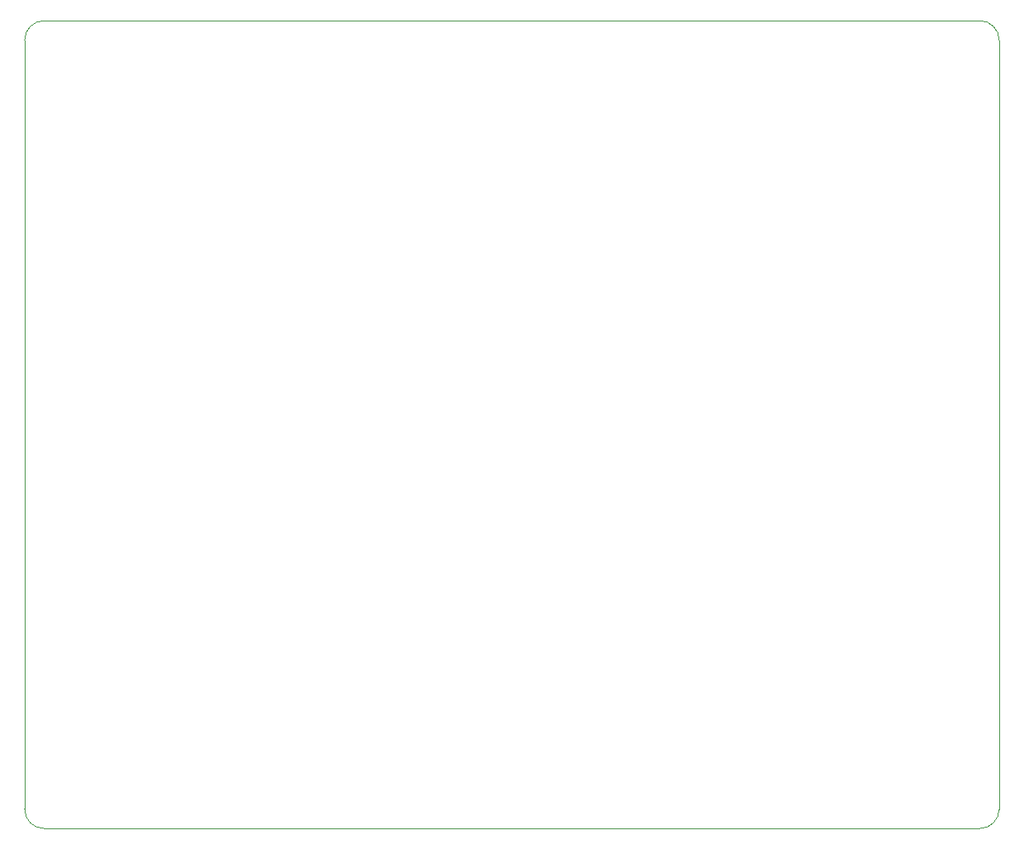
<source format=gbr>
%TF.GenerationSoftware,KiCad,Pcbnew,5.1.4*%
%TF.CreationDate,2019-11-11T15:35:15+01:00*%
%TF.ProjectId,balancer,62616c61-6e63-4657-922e-6b696361645f,rev?*%
%TF.SameCoordinates,Original*%
%TF.FileFunction,Profile,NP*%
%FSLAX46Y46*%
G04 Gerber Fmt 4.6, Leading zero omitted, Abs format (unit mm)*
G04 Created by KiCad (PCBNEW 5.1.4) date 2019-11-11 15:35:15*
%MOMM*%
%LPD*%
G04 APERTURE LIST*
%ADD10C,0.050000*%
G04 APERTURE END LIST*
D10*
X95068752Y-128779149D02*
G75*
G02X93068752Y-126779149I0J2000000D01*
G01*
X93068752Y-47795149D02*
G75*
G02X95068752Y-45795149I2000000J0D01*
G01*
X191068752Y-45795149D02*
G75*
G02X193068752Y-47795149I0J-2000000D01*
G01*
X193068752Y-47795149D02*
X193068752Y-126779149D01*
X193068752Y-126779149D02*
G75*
G02X191068752Y-128779149I-2000000J0D01*
G01*
X93068752Y-126779149D02*
X93068752Y-47795149D01*
X191068752Y-128779149D02*
X95068752Y-128779149D01*
X95068752Y-45795149D02*
X191068752Y-45795149D01*
M02*

</source>
